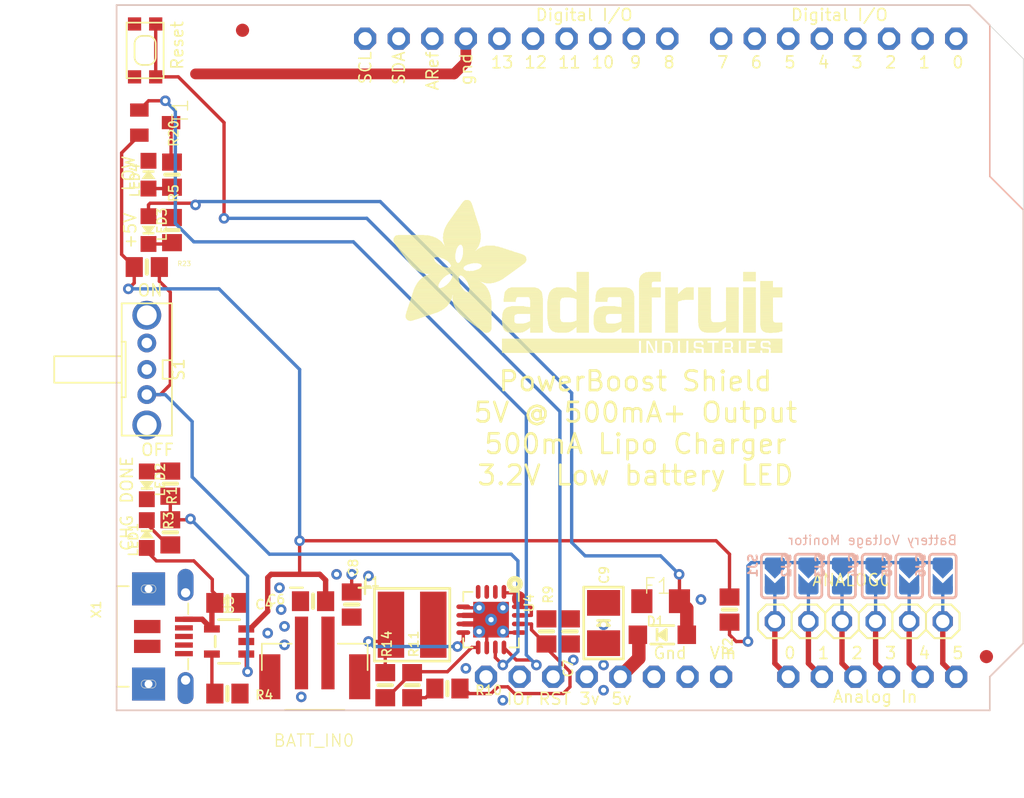
<source format=kicad_pcb>
(kicad_pcb (version 20211014) (generator pcbnew)
  (layers (0 "F.Cu" signal) (1 "In1.Cu" signal) (2 "In2.Cu" signal) (3 "In3.Cu" signal) (4 "In4.Cu" signal) (5 "In5.Cu" signal) (6 "In6.Cu" signal) (7 "In7.Cu" signal) (8 "In8.Cu" signal) (9 "In9.Cu" signal) (10 "In10.Cu" signal) (11 "In11.Cu" signal) (12 "In12.Cu" signal) (13 "In13.Cu" signal) (14 "In14.Cu" signal) (31 "B.Cu" signal) (34 "B.Paste" user) (35 "F.Paste" user) (36 "B.SilkS" user "B.Silkscreen") (37 "F.SilkS" user "F.Silkscreen") (38 "B.Mask" user) (39 "F.Mask" user) (44 "Edge.Cuts" user))
  (net 0 "")
  (net 1 "GND")
  (net 2 "+5V")
  (net 3 "A5")
  (net 4 "A4")
  (net 5 "A3")
  (net 6 "A2")
  (net 7 "A1")
  (net 8 "A0")
  (net 9 "ENABLE")
  (net 10 "VBAT")
  (net 11 "VIN")
  (net 12 "3V")
  (net 13 "N$2")
  (net 14 "N$3")
  (net 15 "N$5")
  (net 16 "N$6")
  (net 17 "N$4")
  (net 18 "LBI")
  (net 19 "N$9")
  (net 20 "FB")
  (net 21 "LBO")
  (net 22 "N$15")
  (net 23 "N$16")
  (net 24 "VBUS")
  (net 25 "VOUT")
  (net 26 "RESET")
  (net 27 "N$1")
  (net 28 "N$19")
  (footprint "boardEagle:0805-NO" (layer "F.Cu") (at 116.4971 98.1456)
    (fp_text reference "R23")
    (fp_text value "340K")
  )
  (footprint "boardEagle:1X06" (layer "F.Cu") (at 170.3451 124.9426 180)
    (fp_text reference "ANALOG0")
    (fp_text value "ANALOG")
  )
  (footprint "boardEagle:SOT23-5" (layer "F.Cu") (at 122.7201 126.4666 90)
    (fp_text reference "U3")
    (fp_text value "MCP73831T-2ACI/OT")
  )
  (footprint "boardEagle:0805-NO" (layer "F.Cu") (at 118.4021 95.3516 90)
    (fp_text reference "R5")
    (fp_text value "1K")
  )
  (footprint "boardEagle:JST-PH-2-SMT" (layer "F.Cu") (at 129.1971 129.1336 180)
    (fp_text reference "BATT_IN0")
    (fp_text value "JST-PH")
  )
  (footprint "boardEagle:0805-NO" (layer "F.Cu") (at 122.5931 123.5456)
    (fp_text reference "C4")
    (fp_text value "10µF")
  )
  (footprint "boardEagle:EIA3528-21_B-R" (layer "F.Cu") (at 151.0411 125.0696 90)
    (fp_text reference "C9")
    (fp_text value "100uF/6V")
  )
  (footprint "boardEagle:0805-NO" (layer "F.Cu") (at 118.2751 114.5286 -90)
    (fp_text reference "R3")
    (fp_text value "1K")
  )
  (footprint "boardEagle:0805-NO" (layer "F.Cu") (at 139.2301 130.0226)
    (fp_text reference "R10")
    (fp_text value "200K")
  )
  (footprint "boardEagle:FIDUCIAL_1MM" (layer "F.Cu") (at 123.7361 80.2386 90)
    (fp_text reference "U$3" hide)
    (fp_text value "FIDUCIAL" hide)
  )
  (footprint "boardEagle:0805-NO" (layer "F.Cu") (at 122.5931 130.4036)
    (fp_text reference "R4")
    (fp_text value "2K")
  )
  (footprint "boardEagle:ADAFRUIT_TEXT_30MM" (layer "F.Cu") (at 134.9121 104.6226)
    (fp_text reference "U$6" hide)
    (fp_text value "" hide)
  )
  (footprint "boardEagle:ARDUINOR3-NOSILK" (layer "F.Cu") (at 114.2111 131.6736)
    (fp_text reference "U2" hide)
    (fp_text value "ARDUINOR3-NOSILK" hide)
  )
  (footprint "boardEagle:SOD-123" (layer "F.Cu") (at 155.4861 125.9586)
    (fp_text reference "D1")
    (fp_text value "MBR120")
  )
  (footprint "boardEagle:SC59-BEC" (layer "F.Cu") (at 117.1321 87.2236 -90)
    (fp_text reference "T1")
    (fp_text value "MMUN2133LT1G")
  )
  (footprint "boardEagle:0805-NO" (layer "F.Cu") (at 160.5661 124.0536 -90)
    (fp_text reference "R2")
    (fp_text value "2K")
  )
  (footprint "boardEagle:FIDUCIAL_1MM" (layer "F.Cu") (at 179.9971 127.6096 90)
    (fp_text reference "U$4" hide)
    (fp_text value "FIDUCIAL" hide)
  )
  (footprint "boardEagle:0805-NO" (layer "F.Cu") (at 134.5311 129.7686 90)
    (fp_text reference "R14")
    (fp_text value "1.87Mohm")
  )
  (footprint "" (layer "F.Cu") (at 180.2511 124.0536)
    (fp_text reference "@HOLE1" hide)
    (fp_text value "")
  )
  (footprint "boardEagle:0805-NO" (layer "F.Cu") (at 118.4021 91.1606 90)
    (fp_text reference "R20")
    (fp_text value "1K")
  )
  (footprint "boardEagle:0805-NO" (layer "F.Cu") (at 136.5631 129.7686 90)
    (fp_text reference "R11")
    (fp_text value "340K")
  )
  (footprint "boardEagle:PVQFN-16" (layer "F.Cu") (at 142.5321 124.8156 -90)
    (fp_text reference "U4")
    (fp_text value "TPS61030RSAR")
  )
  (footprint "boardEagle:INDUCTOR_5X5MM_TDK_VLC5045" (layer "F.Cu") (at 136.5631 125.1966)
    (fp_text reference "L1")
    (fp_text value "VLC5045-6.8uH")
  )
  (footprint "boardEagle:KMR2" (layer "F.Cu") (at 116.3701 81.7626 90)
    (fp_text reference "SW1" hide)
    (fp_text value "SPST_TACT-KMR2" hide)
  )
  (footprint "boardEagle:OS102011MA1Q" (layer "F.Cu") (at 116.4971 105.8926 -90)
    (fp_text reference "S1")
    (fp_text value "OS102011MA1Q" hide)
  )
  (footprint "" (layer "F.Cu") (at 129.4511 80.8736)
    (fp_text reference "@HOLE0" hide)
    (fp_text value "")
  )
  (footprint "" (layer "F.Cu") (at 180.2511 96.1136)
    (fp_text reference "@HOLE2" hide)
    (fp_text value "")
  )
  (footprint "boardEagle:0805-NO" (layer "F.Cu") (at 148.5011 125.7046 -90)
    (fp_text reference "C7")
    (fp_text value "2.2uF")
  )
  (footprint "boardEagle:0805-NO" (layer "F.Cu") (at 146.7231 125.7046 90)
    (fp_text reference "R9")
    (fp_text value "1.87Mohm")
  )
  (footprint "boardEagle:R1206" (layer "F.Cu") (at 155.3591 123.4186)
    (fp_text reference "F1")
    (fp_text value "500mA")
  )
  (footprint "boardEagle:CHIPLED_0805_NOOUTLINE" (layer "F.Cu") (at 116.4971 118.3386)
    (fp_text reference "LED1")
    (fp_text value "YELLOW")
  )
  (footprint "boardEagle:4UCONN_20329" (layer "F.Cu") (at 118.5291 126.0856 -90)
    (fp_text reference "X1")
    (fp_text value "MicroUSB")
    (fp_line (start -3.3 1.6) (end -3.3 2.2) (layer "Edge.Cuts") (width 0.05))
    (fp_line (start 3.9 1.6) (end 3.9 2.2) (layer "Edge.Cuts") (width 0.05))
    (fp_line (start 3.3 2.2) (end 3.3 1.6) (layer "Edge.Cuts") (width 0.05))
    (fp_line (start -3.9 2.2) (end -3.9 1.6) (layer "Edge.Cuts") (width 0.05))
    (fp_arc (start -3.3 2.2) (mid -3.398223 2.387132) (end -3.6 2.45) (layer "Edge.Cuts") (width 0.05))
    (fp_arc (start -3.6 1.35) (mid -3.398223 1.412868) (end -3.3 1.6) (layer "Edge.Cuts") (width 0.05))
    (fp_arc (start 3.9 2.2) (mid 3.801777 2.387132) (end 3.6 2.45) (layer "Edge.Cuts") (width 0.05))
    (fp_arc (start 3.6 1.35) (mid 3.801777 1.412868) (end 3.9 1.6) (layer "Edge.Cuts") (width 0.05))
    (fp_arc (start -3.9 1.6) (mid -3.801777 1.412868) (end -3.6 1.35) (layer "Edge.Cuts") (width 0.05))
    (fp_arc (start 3.6 2.45) (mid 3.398223 2.387132) (end 3.3 2.2) (layer "Edge.Cuts") (width 0.05))
    (fp_arc (start -3.6 2.45) (mid -3.801777 2.387132) (end -3.9 2.2) (layer "Edge.Cuts") (width 0.05))
    (fp_arc (start 3.3 1.6) (mid 3.398223 1.412868) (end 3.6 1.35) (layer "Edge.Cuts") (width 0.05))
  )
  (footprint "boardEagle:0805-NO" (layer "F.Cu") (at 118.2751 118.2116 90)
    (fp_text reference "R1")
    (fp_text value "470")
  )
  (footprint "boardEagle:CHIPLED_0805_NOOUTLINE" (layer "F.Cu") (at 116.4971 114.6556 180)
    (fp_text reference "LED2")
    (fp_text value "GREEN")
  )
  (footprint "boardEagle:0805-NO" (layer "F.Cu") (at 129.0701 123.4186 180)
    (fp_text reference "C6")
    (fp_text value "10uF")
  )
  (footprint "boardEagle:0805-NO" (layer "F.Cu") (at 131.9911 123.6726 90)
    (fp_text reference "C8")
    (fp_text value "0.1uF")
  )
  (footprint "boardEagle:CHIPLED_0805_NOOUTLINE" (layer "F.Cu") (at 116.6241 95.3516 180)
    (fp_text reference "LED3")
    (fp_text value "BLUE")
  )
  (footprint "boardEagle:CHIPLED_0805_NOOUTLINE" (layer "F.Cu") (at 116.6241 91.1606)
    (fp_text reference "LED4")
    (fp_text value "RED")
  )
  (footprint "boardEagle:SOLDERJUMPER_ARROW_NOPASTE" (layer "B.Cu") (at 171.6151 121.5136 -90)
    (fp_text reference "SJ4")
    (fp_text value "")
  )
  (footprint "boardEagle:SOLDERJUMPER_ARROW_NOPASTE" (layer "B.Cu") (at 163.9951 121.5136 -90)
    (fp_text reference "SJ1")
    (fp_text value "")
  )
  (footprint "boardEagle:SOLDERJUMPER_ARROW_NOPASTE" (layer "B.Cu") (at 166.5351 121.5136 -90)
    (fp_text reference "SJ2")
    (fp_text value "")
  )
  (footprint "boardEagle:SOLDERJUMPER_ARROW_NOPASTE" (layer "B.Cu") (at 169.0751 121.5136 -90)
    (fp_text reference "SJ3")
    (fp_text value "")
  )
  (footprint "boardEagle:SOLDERJUMPER_ARROW_NOPASTE" (layer "B.Cu") (at 176.6951 121.5136 -90)
    (fp_text reference "SJ6")
    (fp_text value "")
  )
  (footprint "boardEagle:SOLDERJUMPER_ARROW_NOPASTE" (layer "B.Cu") (at 174.1551 121.5136 -90)
    (fp_text reference "SJ5")
    (fp_text value "")
  )
  (gr_line (start 182.7911 82.3976) (end 178.7271 78.3336) (layer "Edge.Cuts") (width 0.05))
  (gr_line (start 182.7911 126.5936) (end 182.7911 82.3976) (layer "Edge.Cuts") (width 0.05))
  (gr_line (start 114.2111 78.3336) (end 114.2111 131.6736) (layer "Edge.Cuts") (width 0.05))
  (gr_line (start 180.2511 131.6736) (end 180.2511 129.1336) (layer "Edge.Cuts") (width 0.05))
  (gr_line (start 178.7271 78.3336) (end 114.2111 78.3336) (layer "Edge.Cuts") (width 0.05))
  (gr_line (start 114.2111 131.6736) (end 180.2511 131.6736) (layer "Edge.Cuts") (width 0.05))
  (gr_line (start 180.2511 129.1336) (end 182.7911 126.5936) (layer "Edge.Cuts") (width 0.05))
  (gr_text "Battery Voltage Monitor" (at 177.8381 119.2276) (layer "B.SilkS") (effects (font (size 0.715264 0.715264) (thickness 0.097536)) (justify left bottom mirror)))
  (gr_text "PowerBoost Shield\n5V @ 500mA+ Output\n500mA Lipo Charger\n3.2V Low battery LED" (at 153.4541 110.3376) (layer "F.SilkS") (effects (font (size 1.475232 1.475232) (thickness 0.201168))))
  (gr_text "+5V" (at 114.7191 93.9546 90) (layer "F.SilkS") (effects (font (size 0.89408 0.89408) (thickness 0.12192)) (justify right top)))
  (gr_text "12" (at 146.8501 82.1436) (layer "F.SilkS") (effects (font (size 0.89408 0.89408) (thickness 0.12192)) (justify right top)))
  (gr_text "4" (at 174.7901 127.8636) (layer "F.SilkS") (effects (font (size 0.89408 0.89408) (thickness 0.12192)) (justify left bottom)))
  (gr_text "11" (at 149.3901 82.1436) (layer "F.SilkS") (effects (font (size 0.89408 0.89408) (thickness 0.12192)) (justify right top)))
  (gr_text "5v" (at 153.2458 130.2766) (layer "F.SilkS") (effects (font (size 0.89408 0.89408) (thickness 0.12192)) (justify right top)))
  (gr_text "3" (at 172.2501 127.8636) (layer "F.SilkS") (effects (font (size 0.89408 0.89408) (thickness 0.12192)) (justify left bottom)))
  (gr_text "IOr" (at 145.7172 130.2766) (layer "F.SilkS") (effects (font (size 0.89408 0.89408) (thickness 0.12192)) (justify right top)))
  (gr_text "ARef" (at 137.5791 81.7626 90) (layer "F.SilkS") (effects (font (size 0.89408 0.89408) (thickness 0.12192)) (justify right top)))
  (gr_text "gnd" (at 140.1191 81.8896 90) (layer "F.SilkS") (effects (font (size 0.89408 0.89408) (thickness 0.12192)) (justify right top)))
  (gr_text "5" (at 165.6461 82.1436) (layer "F.SilkS") (effects (font (size 0.89408 0.89408) (thickness 0.12192)) (justify right top)))
  (gr_text "8" (at 156.5021 82.1436) (layer "F.SilkS") (effects (font (size 0.89408 0.89408) (thickness 0.12192)) (justify right top)))
  (gr_text "OFF" (at 115.9891 112.4966) (layer "F.SilkS") (effects (font (size 0.89408 0.89408) (thickness 0.12192)) (justify left bottom)))
  (gr_text "9" (at 153.9621 82.1436) (layer "F.SilkS") (effects (font (size 0.89408 0.89408) (thickness 0.12192)) (justify right top)))
  (gr_text "Gnd" (at 154.7342 127.8636) (layer "F.SilkS") (effects (font (size 0.89408 0.89408) (thickness 0.12192)) (justify left bottom)))
  (gr_text "Vin" (at 158.9964 127.8636) (layer "F.SilkS") (effects (font (size 0.89408 0.89408) (thickness 0.12192)) (justify left bottom)))
  (gr_text "SDA" (at 135.0391 81.7626 90) (layer "F.SilkS") (effects (font (size 0.89408 0.89408) (thickness 0.12192)) (justify right top)))
  (gr_text "3v" (at 150.8328 130.2766) (layer "F.SilkS") (effects (font (size 0.89408 0.89408) (thickness 0.12192)) (justify right top)))
  (gr_text "2" (at 169.7101 127.8636) (layer "F.SilkS") (effects (font (size 0.89408 0.89408) (thickness 0.12192)) (justify left bottom)))
  (gr_text "4" (at 168.1861 82.1436) (layer "F.SilkS") (effects (font (size 0.89408 0.89408) (thickness 0.12192)) (justify right top)))
  (gr_text "3" (at 170.7261 82.1436) (layer "F.SilkS") (effects (font (size 0.89408 0.89408) (thickness 0.12192)) (justify right top)))
  (gr_text "DONE" (at 114.4651 112.3696 90) (layer "F.SilkS") (effects (font (size 0.89408 0.89408) (thickness 0.12192)) (justify right top)))
  (gr_text "2" (at 173.2661 82.1436) (layer "F.SilkS") (effects (font (size 0.89408 0.89408) (thickness 0.12192)) (justify right top)))
  (gr_text "SCL" (at 132.4991 81.7626 90) (layer "F.SilkS") (effects (font (size 0.89408 0.89408) (thickness 0.12192)) (justify right top)))
  (gr_text "1" (at 167.1701 127.8636) (layer "F.SilkS") (effects (font (size 0.89408 0.89408) (thickness 0.12192)) (justify left bottom)))
  (gr_text "Analog In" (at 168.3131 131.1656) (layer "F.SilkS") (effects (font (size 0.89408 0.89408) (thickness 0.12192)) (justify left bottom)))
  (gr_text "5" (at 177.3301 127.8636) (layer "F.SilkS") (effects (font (size 0.89408 0.89408) (thickness 0.12192)) (justify left bottom)))
  (gr_text "Digital I/O" (at 145.8341 79.6036) (layer "F.SilkS") (effects (font (size 0.89408 0.89408) (thickness 0.12192)) (justify left bottom)))
  (gr_text "RST" (at 148.6382 130.2766) (layer "F.SilkS") (effects (font (size 0.89408 0.89408) (thickness 0.12192)) (justify right top)))
  (gr_text "Digital I/O" (at 165.1381 79.6036) (layer "F.SilkS") (effects (font (size 0.89408 0.89408) (thickness 0.12192)) (justify left bottom)))
  (gr_text "7" (at 160.5661 82.1436) (layer "F.SilkS") (effects (font (size 0.89408 0.89408) (thickness 0.12192)) (justify right top)))
  (gr_text "0" (at 164.6301 127.8636) (layer "F.SilkS") (effects (font (size 0.89408 0.89408) (thickness 0.12192)) (justify left bottom)))
  (gr_text "10" (at 151.9301 82.1436) (layer "F.SilkS") (effects (font (size 0.89408 0.89408) (thickness 0.12192)) (justify right top)))
  (gr_text "CHG" (at 114.4651 116.8146 90) (layer "F.SilkS") (effects (font (size 0.89408 0.89408) (thickness 0.12192)) (justify right top)))
  (gr_text "ON" (at 115.7351 100.4316) (layer "F.SilkS") (effects (font (size 0.89408 0.89408) (thickness 0.12192)) (justify left bottom)))
  (gr_text "13" (at 144.3101 82.1436) (layer "F.SilkS") (effects (font (size 0.89408 0.89408) (thickness 0.12192)) (justify right top)))
  (gr_text "1" (at 175.8061 82.1436) (layer "F.SilkS") (effects (font (size 0.89408 0.89408) (thickness 0.12192)) (justify right top)))
  (gr_text "6" (at 163.1061 82.1436) (layer "F.SilkS") (effects (font (size 0.89408 0.89408) (thickness 0.12192)) (justify right top)))
  (gr_text "Reset" (at 118.2751 79.4766 90) (layer "F.SilkS") (effects (font (size 0.89408 0.89408) (thickness 0.12192)) (justify right top)))
  (gr_text "0" (at 178.3461 82.1436) (layer "F.SilkS") (effects (font (size 0.89408 0.89408) (thickness 0.12192)) (justify right top)))
  (gr_text "LOW" (at 114.5921 89.6366 90) (layer "F.SilkS") (effects (font (size 0.89408 0.89408) (thickness 0.12192)) (justify right top)))
  (segment (start 140.4321 124.4906) (end 141.6431 124.4906) (width 0.4064) (layer "F.Cu") (net 1))
  (segment (start 137.5841 130.7186) (end 138.2801 130.0226) (width 0.254) (layer "F.Cu") (net 1))
  (segment (start 140.4321 125.1406) (end 142.4051 125.1406) (width 0.4064) (layer "F.Cu") (net 1))
  (segment (start 136.5631 130.7186) (end 137.5841 130.7186) (width 0.254) (layer "F.Cu") (net 1))
  (segment (start 141.7811 125.5886) (end 142.1511 125.9586) (width 0.254) (layer "F.Cu") (net 1))
  (segment (start 142.4051 125.1406) (end 142.4051 124.8156) (width 0.4064) (layer "F.Cu") (net 1))
  (segment (start 144.6321 125.7906) (end 143.4321 125.7906) (width 0.254) (layer "F.Cu") (net 1))
  (segment (start 141.6431 124.4906) (end 141.6431 123.9266) (width 0.4064) (layer "F.Cu") (net 1))
  (segment (start 141.6321 125.7156) (end 141.7811 125.7156) (width 0.254) (layer "F.Cu") (net 1))
  (segment (start 140.6271 82.6516) (end 139.7381 83.5406) (width 0.8128) (layer "F.Cu") (net 1))
  (segment (start 140.4321 123.8406) (end 140.5071 123.9156) (width 0.254) (layer "F.Cu") (net 1))
  (segment (start 142.2071 125.9586) (end 142.2071 126.9156) (width 0.254) (layer "F.Cu") (net 1))
  (segment (start 142.5321 124.8156) (end 142.4051 124.8156) (width 0.254) (layer "F.Cu") (net 1))
  (segment (start 142.1511 125.9586) (end 142.2071 125.9586) (width 0.254) (layer "F.Cu") (net 1))
  (segment (start 141.7811 125.7156) (end 141.7811 125.5886) (width 0.254) (layer "F.Cu") (net 1))
  (segment (start 141.6321 123.9156) (end 141.6431 123.9266) (width 0.254) (layer "F.Cu") (net 1))
  (segment (start 140.5071 123.9156) (end 141.6321 123.9156) (width 0.254) (layer "F.Cu") (net 1))
  (segment (start 143.4321 125.7906) (end 143.4321 125.7156) (width 0.254) (layer "F.Cu") (net 1))
  (segment (start 140.6271 80.8736) (end 140.6271 82.6516) (width 0.8128) (layer "F.Cu") (net 1))
  (segment (start 139.7381 83.5406) (end 120.1801 83.5406) (width 0.8128) (layer "F.Cu") (net 1))
  (segment (start 131.9911 122.7226) (end 131.9911 121.3866) (width 0.254) (layer "F.Cu") (net 1))
  (via (at 126.9111 125.3236) (size 0.8001) (drill 0.3937) (layers "F.Cu" "B.Cu") (net 1))
  (via (at 148.7551 127.8636) (size 0.8001) (drill 0.3937) (layers "F.Cu" "B.Cu") (net 1))
  (via (at 126.6571 124.0536) (size 0.8001) (drill 0.3937) (layers "F.Cu" "B.Cu") (net 1))
  (via (at 128.1811 130.6576) (size 0.8001) (drill 0.3937) (layers "F.Cu" "B.Cu") (net 1))
  (via (at 126.9111 126.7206) (size 0.8001) (drill 0.3937) (layers "F.Cu" "B.Cu") (net 1))
  (via (at 151.0411 128.2446) (size 0.8001) (drill 0.3937) (layers "F.Cu" "B.Cu") (net 1))
  (via (at 158.4071 123.2916) (size 0.8001) (drill 0.3937) (layers "F.Cu" "B.Cu") (net 1))
  (via (at 151.0411 130.1496) (size 0.8001) (drill 0.3937) (layers "F.Cu" "B.Cu") (net 1))
  (via (at 140.6271 128.4986) (size 0.8001) (drill 0.3937) (layers "F.Cu" "B.Cu") (net 1))
  (via (at 125.6411 125.8316) (size 0.8001) (drill 0.3937) (layers "F.Cu" "B.Cu") (net 1))
  (via (at 131.9911 121.3866) (size 0.8001) (drill 0.3937) (layers "F.Cu" "B.Cu") (net 1))
  (via (at 130.8481 121.3866) (size 0.8001) (drill 0.3937) (layers "F.Cu" "B.Cu") (net 1))
  (via (at 151.0411 125.1966) (size 0.8001) (drill 0.3937) (layers "F.Cu" "B.Cu") (net 1))
  (via (at 126.5301 122.4026) (size 0.8001) (drill 0.3937) (layers "F.Cu" "B.Cu") (net 1))
  (via (at 133.2611 121.5136) (size 0.8001) (drill 0.3937) (layers "F.Cu" "B.Cu") (net 1))
  (via (at 143.4211 130.9116) (size 0.8001) (drill 0.3937) (layers "F.Cu" "B.Cu") (net 1))
  (segment (start 153.7081 127.7366) (end 152.3111 129.1336) (width 1.016) (layer "F.Cu") (net 2))
  (segment (start 153.7081 127.7366) (end 153.7081 125.9336) (width 1.016) (layer "F.Cu") (net 2))
  (segment (start 153.6831 125.9586) (end 153.6361 125.9586) (width 0.254) (layer "F.Cu") (net 2))
  (segment (start 153.7081 125.9336) (end 153.6831 125.9586) (width 0.254) (layer "F.Cu") (net 2))
  (segment (start 176.6951 128.1176) (end 177.7111 129.1336) (width 0.4064) (layer "F.Cu") (net 3))
  (segment (start 176.6951 124.9426) (end 176.6951 128.1176) (width 0.4064) (layer "F.Cu") (net 3))
  (segment (start 176.6951 122.5296) (end 176.6951 124.9426) (width 0.254) (layer "B.Cu") (net 3))
  (segment (start 174.1551 128.1176) (end 175.1711 129.1336) (width 0.4064) (layer "F.Cu") (net 4))
  (segment (start 174.1551 124.9426) (end 174.1551 128.1176) (width 0.4064) (layer "F.Cu") (net 4))
  (segment (start 174.1551 122.5296) (end 174.1551 124.9426) (width 0.254) (layer "B.Cu") (net 4))
  (segment (start 171.6151 128.1176) (end 172.6311 129.1336) (width 0.4064) (layer "F.Cu") (net 5))
  (segment (start 171.6151 124.9426) (end 171.6151 128.1176) (width 0.4064) (layer "F.Cu") (net 5))
  (segment (start 171.6151 122.5296) (end 171.6151 124.9426) (width 0.254) (layer "B.Cu") (net 5))
  (segment (start 169.0751 128.1176) (end 170.0911 129.1336) (width 0.4064) (layer "F.Cu") (net 6))
  (segment (start 169.0751 124.9426) (end 169.0751 128.1176) (width 0.4064) (layer "F.Cu") (net 6))
  (segment (start 169.0751 122.5296) (end 169.0751 124.9426) (width 0.254) (layer "B.Cu") (net 6))
  (segment (start 166.5351 128.1176) (end 167.5511 129.1336) (width 0.4064) (layer "F.Cu") (net 7))
  (segment (start 166.5351 124.9426) (end 166.5351 128.1176) (width 0.4064) (layer "F.Cu") (net 7))
  (segment (start 166.5351 122.5296) (end 166.5351 124.9426) (width 0.254) (layer "B.Cu") (net 7))
  (segment (start 163.9951 124.9426) (end 163.9951 128.1176) (width 0.4064) (layer "F.Cu") (net 8))
  (segment (start 163.9951 128.1176) (end 165.0111 129.1336) (width 0.4064) (layer "F.Cu") (net 8))
  (segment (start 163.9951 122.5296) (end 163.9951 124.9426) (width 0.254) (layer "B.Cu") (net 8))
  (segment (start 116.5021 107.7976) (end 116.4971 107.7926) (width 0.254) (layer "F.Cu") (net 9))
  (segment (start 118.2751 100.0506) (end 118.2751 107.0356) (width 0.254) (layer "F.Cu") (net 9))
  (segment (start 117.4471 98.1456) (end 117.4471 99.2226) (width 0.254) (layer "F.Cu") (net 9))
  (segment (start 117.4471 99.2226) (end 118.2751 100.0506) (width 0.254) (layer "F.Cu") (net 9))
  (segment (start 142.8571 127.6806) (end 143.4211 128.2446) (width 0.254) (layer "F.Cu") (net 9))
  (segment (start 118.2751 107.0356) (end 117.5131 107.7976) (width 0.254) (layer "F.Cu") (net 9))
  (segment (start 117.5131 107.7976) (end 116.5021 107.7976) (width 0.254) (layer "F.Cu") (net 9))
  (segment (start 142.8571 126.9156) (end 142.8571 127.6806) (width 0.254) (layer "F.Cu") (net 9))
  (via (at 143.4211 128.2446) (size 0.8001) (drill 0.3937) (layers "F.Cu" "B.Cu") (net 9))
  (segment (start 143.5481 128.2446) (end 144.5641 127.2286) (width 0.254) (layer "B.Cu") (net 9))
  (segment (start 144.0561 119.8626) (end 125.7681 119.8626) (width 0.254) (layer "B.Cu") (net 9))
  (segment (start 144.5641 120.3706) (end 144.0561 119.8626) (width 0.254) (layer "B.Cu") (net 9))
  (segment (start 119.9261 109.8296) (end 117.8891 107.7926) (width 0.254) (layer "B.Cu") (net 9))
  (segment (start 117.8891 107.7926) (end 116.4971 107.7926) (width 0.254) (layer "B.Cu") (net 9))
  (segment (start 144.5641 127.2286) (end 144.5641 120.3706) (width 0.254) (layer "B.Cu") (net 9))
  (segment (start 119.9261 114.0206) (end 119.9261 109.8296) (width 0.254) (layer "B.Cu") (net 9))
  (segment (start 125.7681 119.8626) (end 119.9261 114.0206) (width 0.254) (layer "B.Cu") (net 9))
  (segment (start 143.4211 128.2446) (end 143.5481 128.2446) (width 0.254) (layer "B.Cu") (net 9))
  (segment (start 133.2611 126.4666) (end 134.5311 126.4666) (width 0.254) (layer "F.Cu") (net 10))
  (segment (start 129.5781 121.3866) (end 130.0201 121.8286) (width 0.4064) (layer "F.Cu") (net 10))
  (segment (start 125.6411 121.6406) (end 125.8951 121.3866) (width 0.4064) (layer "F.Cu") (net 10))
  (segment (start 114.5921 89.5136) (end 114.5921 97.1906) (width 0.254) (layer "F.Cu") (net 10))
  (segment (start 115.5471 98.1456) (end 115.5471 99.3496) (width 0.254) (layer "F.Cu") (net 10))
  (segment (start 159.5501 118.8466) (end 128.0541 118.8466) (width 0.254) (layer "F.Cu") (net 10))
  (segment (start 115.5471 99.3496) (end 115.1001 99.7966) (width 0.254) (layer "F.Cu") (net 10))
  (segment (start 159.5501 118.8466) (end 160.5661 119.8626) (width 0.254) (layer "F.Cu") (net 10))
  (segment (start 134.5311 126.4666) (end 134.6581 126.4666) (width 0.254) (layer "F.Cu") (net 10))
  (segment (start 128.0541 118.8466) (end 128.0541 121.3866) (width 0.254) (layer "F.Cu") (net 10))
  (segment (start 134.5311 128.8186) (end 134.5311 126.4666) (width 0.254) (layer "F.Cu") (net 10))
  (segment (start 128.0541 121.3866) (end 129.5781 121.3866) (width 0.4064) (layer "F.Cu") (net 10))
  (segment (start 134.6581 126.4666) (end 134.9121 126.2126) (width 0.254) (layer "F.Cu") (net 10))
  (segment (start 115.9321 88.1736) (end 114.5921 89.5136) (width 0.254) (layer "F.Cu") (net 10))
  (segment (start 160.5661 119.8626) (end 160.5661 123.1036) (width 0.254) (layer "F.Cu") (net 10))
  (segment (start 114.5921 97.1906) (end 115.5471 98.1456) (width 0.254) (layer "F.Cu") (net 10))
  (segment (start 125.6411 124.1806) (end 125.6411 121.6406) (width 0.4064) (layer "F.Cu") (net 10))
  (segment (start 140.4321 126.4076) (end 139.9921 126.8476) (width 0.254) (layer "F.Cu") (net 10))
  (segment (start 124.3051 125.5166) (end 124.0202 125.5166) (width 0.4064) (layer "F.Cu") (net 10))
  (segment (start 125.8951 121.3866) (end 128.0541 121.3866) (width 0.4064) (layer "F.Cu") (net 10))
  (segment (start 130.0201 121.8286) (end 130.0201 123.4186) (width 0.4064) (layer "F.Cu") (net 10))
  (segment (start 125.6411 124.1806) (end 124.3051 125.5166) (width 0.4064) (layer "F.Cu") (net 10))
  (segment (start 140.4321 125.7906) (end 140.4321 126.4076) (width 0.254) (layer "F.Cu") (net 10))
  (via (at 115.1001 99.7966) (size 0.8001) (drill 0.3937) (layers "F.Cu" "B.Cu") (net 10))
  (via (at 128.0541 118.8466) (size 0.8001) (drill 0.3937) (layers "F.Cu" "B.Cu") (net 10))
  (via (at 139.9921 126.8476) (size 0.8001) (drill 0.3937) (layers "F.Cu" "B.Cu") (net 10))
  (via (at 133.2611 126.4666) (size 0.8001) (drill 0.3937) (layers "F.Cu" "B.Cu") (net 10))
  (segment (start 133.6421 126.8476) (end 133.2611 126.4666) (width 0.254) (layer "B.Cu") (net 10))
  (segment (start 121.9581 99.7966) (end 128.0541 105.8926) (width 0.254) (layer "B.Cu") (net 10))
  (segment (start 128.0541 105.8926) (end 128.0541 118.8466) (width 0.254) (layer "B.Cu") (net 10))
  (segment (start 139.9921 126.8476) (end 133.6421 126.8476) (width 0.254) (layer "B.Cu") (net 10))
  (segment (start 115.1001 99.7966) (end 121.9581 99.7966) (width 0.254) (layer "B.Cu") (net 10))
  (segment (start 117.9601 118.8466) (end 118.2751 119.1616) (width 0.254) (layer "F.Cu") (net 13))
  (segment (start 117.7671 118.8466) (end 117.9601 118.8466) (width 0.254) (layer "F.Cu") (net 13))
  (segment (start 116.4971 117.5766) (end 117.7671 118.8466) (width 0.254) (layer "F.Cu") (net 13))
  (segment (start 116.4971 117.2886) (end 116.4971 117.5766) (width 0.254) (layer "F.Cu") (net 13))
  (segment (start 124.1171 128.7526) (end 124.0202 128.6557) (width 0.254) (layer "F.Cu") (net 14))
  (segment (start 118.2751 115.4786) (end 118.2751 117.2616) (width 0.254) (layer "F.Cu") (net 14))
  (segment (start 119.7331 117.2616) (end 119.7991 117.1956) (width 0.254) (layer "F.Cu") (net 14))
  (segment (start 124.0202 128.6557) (end 124.0202 127.4166) (width 0.254) (layer "F.Cu") (net 14))
  (segment (start 118.2751 117.2616) (end 119.7331 117.2616) (width 0.254) (layer "F.Cu") (net 14))
  (via (at 119.7991 117.1956) (size 0.8001) (drill 0.3937) (layers "F.Cu" "B.Cu") (net 14))
  (via (at 124.1171 128.7526) (size 0.8001) (drill 0.3937) (layers "F.Cu" "B.Cu") (net 14))
  (segment (start 124.1171 121.5136) (end 124.1171 128.7526) (width 0.254) (layer "B.Cu") (net 14))
  (segment (start 124.1171 121.5136) (end 119.7991 117.1956) (width 0.254) (layer "B.Cu") (net 14))
  (segment (start 121.42 130.6267) (end 121.42 127.4166) (width 0.254) (layer "F.Cu") (net 15))
  (segment (start 121.6431 130.4036) (end 121.42 130.6267) (width 0.254) (layer "F.Cu") (net 15))
  (segment (start 116.5241 113.5786) (end 118.2751 113.5786) (width 0.254) (layer "F.Cu") (net 16))
  (segment (start 116.4971 113.6056) (end 116.5241 113.5786) (width 0.254) (layer "F.Cu") (net 16))
  (segment (start 141.5571 122.7156) (end 141.5571 122.5296) (width 0.254) (layer "F.Cu") (net 17))
  (segment (start 142.2071 122.6566) (end 142.2071 122.7156) (width 0.254) (layer "F.Cu") (net 17))
  (segment (start 141.0671 126.9156) (end 139.2301 128.7526) (width 0.254) (layer "F.Cu") (net 18))
  (segment (start 139.2301 128.7526) (end 136.6291 128.7526) (width 0.254) (layer "F.Cu") (net 18))
  (segment (start 134.5311 130.7186) (end 134.6631 130.7186) (width 0.254) (layer "F.Cu") (net 18))
  (segment (start 136.6291 128.7526) (end 136.5631 128.8186) (width 0.254) (layer "F.Cu") (net 18))
  (segment (start 141.0671 126.9156) (end 141.5571 126.9156) (width 0.254) (layer "F.Cu") (net 18))
  (segment (start 134.6631 130.7186) (end 136.5631 128.8186) (width 0.254) (layer "F.Cu") (net 18))
  (segment (start 134.5311 130.7186) (end 134.5361 130.7186) (width 0.254) (layer "F.Cu") (net 18))
  (segment (start 116.6241 96.4016) (end 118.3021 96.4016) (width 0.254) (layer "F.Cu") (net 19))
  (segment (start 118.3021 96.4016) (end 118.4021 96.3016) (width 0.254) (layer "F.Cu") (net 19))
  (segment (start 144.3101 130.4036) (end 143.8021 129.8956) (width 0.254) (layer "F.Cu") (net 20))
  (segment (start 146.7231 126.7206) (end 146.7231 126.6546) (width 0.254) (layer "F.Cu") (net 20))
  (segment (start 147.9931 130.4036) (end 144.3101 130.4036) (width 0.254) (layer "F.Cu") (net 20))
  (segment (start 143.8021 129.8956) (end 143.0401 129.8956) (width 0.254) (layer "F.Cu") (net 20))
  (segment (start 144.6321 125.1406) (end 145.5901 125.1406) (width 0.254) (layer "F.Cu") (net 20))
  (segment (start 148.5011 128.7526) (end 146.7231 126.9746) (width 0.254) (layer "F.Cu") (net 20))
  (segment (start 146.7231 126.9746) (end 146.7231 126.6546) (width 0.254) (layer "F.Cu") (net 20))
  (segment (start 145.5901 125.5876) (end 146.7231 126.7206) (width 0.254) (layer "F.Cu") (net 20))
  (segment (start 142.5321 130.4036) (end 140.8811 130.4036) (width 0.254) (layer "F.Cu") (net 20))
  (segment (start 140.8811 130.4036) (end 140.3731 129.8956) (width 0.254) (layer "F.Cu") (net 20))
  (segment (start 143.0401 129.8956) (end 142.5321 130.4036) (width 0.254) (layer "F.Cu") (net 20))
  (segment (start 148.5011 129.8956) (end 147.9931 130.4036) (width 0.254) (layer "F.Cu") (net 20))
  (segment (start 148.5011 128.7526) (end 148.5011 129.8956) (width 0.254) (layer "F.Cu") (net 20))
  (segment (start 145.5901 125.1406) (end 145.5901 125.5876) (width 0.254) (layer "F.Cu") (net 20))
  (segment (start 140.3071 129.8956) (end 140.1801 130.0226) (width 0.254) (layer "F.Cu") (net 20))
  (segment (start 140.3731 129.8956) (end 140.3071 129.8956) (width 0.254) (layer "F.Cu") (net 20))
  (segment (start 143.5071 126.9156) (end 143.5661 126.9746) (width 0.254) (layer "F.Cu") (net 21))
  (segment (start 144.4371 127.8636) (end 145.5801 127.8636) (width 0.254) (layer "F.Cu") (net 21))
  (segment (start 116.6331 85.5726) (end 115.9321 86.2736) (width 0.254) (layer "F.Cu") (net 21))
  (segment (start 145.5801 127.8636) (end 145.9611 128.2446) (width 0.254) (layer "F.Cu") (net 21))
  (segment (start 117.8941 85.5726) (end 116.6331 85.5726) (width 0.254) (layer "F.Cu") (net 21))
  (segment (start 144.4371 127.8636) (end 143.5071 126.9336) (width 0.254) (layer "F.Cu") (net 21))
  (segment (start 143.5071 126.9336) (end 143.5071 126.9156) (width 0.254) (layer "F.Cu") (net 21))
  (via (at 117.8941 85.5726) (size 0.8001) (drill 0.3937) (layers "F.Cu" "B.Cu") (net 21))
  (via (at 145.9611 128.2446) (size 0.8001) (drill 0.3937) (layers "F.Cu" "B.Cu") (net 21))
  (segment (start 118.6561 86.3346) (end 117.8941 85.5726) (width 0.254) (layer "B.Cu") (net 21))
  (segment (start 132.1181 96.2406) (end 120.0531 96.2406) (width 0.254) (layer "B.Cu") (net 21))
  (segment (start 145.9611 128.2446) (end 145.1991 127.4826) (width 0.254) (layer "B.Cu") (net 21))
  (segment (start 145.1991 127.4826) (end 145.1991 109.3216) (width 0.254) (layer "B.Cu") (net 21))
  (segment (start 145.1991 109.3216) (end 132.1181 96.2406) (width 0.254) (layer "B.Cu") (net 21))
  (segment (start 118.6561 94.8436) (end 118.6561 86.3346) (width 0.254) (layer "B.Cu") (net 21))
  (segment (start 120.0531 96.2406) (end 118.6561 94.8436) (width 0.254) (layer "B.Cu") (net 21))
  (segment (start 118.4021 92.1106) (end 118.3021 92.2106) (width 0.254) (layer "F.Cu") (net 22))
  (segment (start 118.3021 92.2106) (end 116.6241 92.2106) (width 0.254) (layer "F.Cu") (net 22))
  (segment (start 118.4021 90.2106) (end 118.3321 90.1406) (width 0.254) (layer "F.Cu") (net 23))
  (segment (start 118.3321 90.1406) (end 118.3321 87.2236) (width 0.254) (layer "F.Cu") (net 23))
  (segment (start 120.0531 120.3706) (end 117.2251 120.3706) (width 0.254) (layer "F.Cu") (net 24))
  (segment (start 120.0531 120.3706) (end 121.4501 121.7676) (width 0.254) (layer "F.Cu") (net 24))
  (segment (start 121.42 123.7687) (end 121.6431 123.5456) (width 0.4064) (layer "F.Cu") (net 24))
  (segment (start 120.689 124.7856) (end 121.42 125.5166) (width 0.4064) (layer "F.Cu") (net 24))
  (segment (start 121.4501 122.6566) (end 121.6431 122.8496) (width 0.254) (layer "F.Cu") (net 24))
  (segment (start 121.4501 121.7676) (end 121.4501 122.6566) (width 0.254) (layer "F.Cu") (net 24))
  (segment (start 121.6431 122.8496) (end 121.6431 123.5456) (width 0.254) (layer "F.Cu") (net 24))
  (segment (start 119.3041 124.7856) (end 120.689 124.7856) (width 0.4064) (layer "F.Cu") (net 24))
  (segment (start 121.42 125.5166) (end 121.42 123.7687) (width 0.4064) (layer "F.Cu") (net 24))
  (segment (start 116.4971 119.6426) (end 116.4971 119.3886) (width 0.254) (layer "F.Cu") (net 24))
  (segment (start 117.2251 120.3706) (end 116.4971 119.6426) (width 0.254) (layer "F.Cu") (net 24))
  (segment (start 143.5071 122.7156) (end 143.5071 122.7836) (width 0.254) (layer "F.Cu") (net 25))
  (segment (start 144.6321 123.2916) (end 144.6321 123.1646) (width 1.016) (layer "F.Cu") (net 25))
  (segment (start 150.9141 123.5446) (end 151.0411 123.5446) (width 0.254) (layer "F.Cu") (net 25))
  (segment (start 143.5071 122.7836) (end 144.6321 122.7836) (width 0.254) (layer "F.Cu") (net 25))
  (segment (start 145.5801 123.8406) (end 145.5801 124.4906) (width 0.254) (layer "F.Cu") (net 25))
  (segment (start 144.6321 122.7836) (end 144.6321 123.1646) (width 0.254) (layer "F.Cu") (net 25))
  (segment (start 145.5801 124.4906) (end 144.6321 124.4906) (width 0.254) (layer "F.Cu") (net 25))
  (segment (start 144.6321 123.1646) (end 144.6321 123.8406) (width 0.254) (layer "F.Cu") (net 25))
  (segment (start 144.6321 123.8406) (end 145.5801 123.8406) (width 0.254) (layer "F.Cu") (net 25))
  (segment (start 122.3391 87.2236) (end 122.3391 94.4626) (width 0.254) (layer "F.Cu") (net 26))
  (segment (start 117.1701 83.7626) (end 118.8781 83.7626) (width 0.254) (layer "F.Cu") (net 26))
  (segment (start 118.8781 83.7626) (end 122.3391 87.2236) (width 0.254) (layer "F.Cu") (net 26))
  (segment (start 117.1701 79.7626) (end 117.1701 83.7626) (width 0.254) (layer "F.Cu") (net 26))
  (via (at 122.3391 94.4626) (size 0.8001) (drill 0.3937) (layers "F.Cu" "B.Cu") (net 26))
  (segment (start 147.7391 109.0676) (end 147.7391 128.6256) (width 0.254) (layer "B.Cu") (net 26))
  (segment (start 133.1341 94.4626) (end 147.7391 109.0676) (width 0.254) (layer "B.Cu") (net 26))
  (segment (start 122.3391 94.4626) (end 133.1341 94.4626) (width 0.254) (layer "B.Cu") (net 26))
  (segment (start 147.7391 128.6256) (end 147.2311 129.1336) (width 0.254) (layer "B.Cu") (net 26))
  (segment (start 160.5661 125.0036) (end 160.5661 125.9586) (width 0.254) (layer "F.Cu") (net 27))
  (segment (start 161.0741 126.4666) (end 161.9631 126.4666) (width 0.254) (layer "F.Cu") (net 27))
  (segment (start 160.5661 125.9586) (end 161.0741 126.4666) (width 0.254) (layer "F.Cu") (net 27))
  (via (at 161.9631 126.4666) (size 0.8001) (drill 0.3937) (layers "F.Cu" "B.Cu") (net 27))
  (segment (start 169.0751 120.4976) (end 166.5351 120.4976) (width 0.254) (layer "B.Cu") (net 27))
  (segment (start 161.9631 126.4666) (end 161.9631 120.7516) (width 0.254) (layer "B.Cu") (net 27))
  (segment (start 162.2171 120.4976) (end 161.9631 120.7516) (width 0.254) (layer "B.Cu") (net 27))
  (segment (start 166.5351 120.4976) (end 163.9951 120.4976) (width 0.254) (layer "B.Cu") (net 27))
  (segment (start 163.9951 120.4976) (end 162.2171 120.4976) (width 0.254) (layer "B.Cu") (net 27))
  (segment (start 174.1551 120.4976) (end 171.6151 120.4976) (width 0.254) (layer "B.Cu") (net 27))
  (segment (start 176.6951 120.4976) (end 174.1551 120.4976) (width 0.254) (layer "B.Cu") (net 27))
  (segment (start 171.6151 120.4976) (end 169.0751 120.4976) (width 0.254) (layer "B.Cu") (net 27))
  (segment (start 157.3361 123.9736) (end 157.3361 125.9586) (width 1.016) (layer "F.Cu") (net 28))
  (segment (start 120.0531 93.3196) (end 116.7511 93.3196) (width 0.254) (layer "F.Cu") (net 28))
  (segment (start 116.7511 93.3196) (end 116.6241 93.4466) (width 0.254) (layer "F.Cu") (net 28))
  (segment (start 156.7811 123.4186) (end 157.3361 123.9736) (width 1.016) (layer "F.Cu") (net 28))
  (segment (start 156.7811 123.4186) (end 156.7811 121.4116) (width 0.254) (layer "F.Cu") (net 28))
  (segment (start 156.7811 121.4116) (end 156.7561 121.3866) (width 0.254) (layer "F.Cu") (net 28))
  (segment (start 116.6241 93.4466) (end 116.6241 94.3016) (width 0.254) (layer "F.Cu") (net 28))
  (segment (start 120.1801 93.4466) (end 120.0531 93.3196) (width 0.254) (layer "F.Cu") (net 28))
  (via (at 156.7561 121.3866) (size 0.8001) (drill 0.3937) (layers "F.Cu" "B.Cu") (net 28))
  (via (at 120.1801 93.4466) (size 0.8001) (drill 0.3937) (layers "F.Cu" "B.Cu") (net 28))
  (segment (start 156.7561 121.3866) (end 155.3591 119.9896) (width 0.254) (layer "B.Cu") (net 28))
  (segment (start 155.3591 119.9896) (end 149.6441 119.9896) (width 0.254) (layer "B.Cu") (net 28))
  (segment (start 134.1501 93.1926) (end 120.4341 93.1926) (width 0.254) (layer "B.Cu") (net 28))
  (segment (start 148.6281 107.6706) (end 134.1501 93.1926) (width 0.254) (layer "B.Cu") (net 28))
  (segment (start 149.6441 119.9896) (end 148.6281 118.9736) (width 0.254) (layer "B.Cu") (net 28))
  (segment (start 120.4341 93.1926) (end 120.1801 93.4466) (width 0.254) (layer "B.Cu") (net 28))
  (segment (start 148.6281 118.9736) (end 148.6281 107.6706) (width 0.254) (layer "B.Cu") (net 28))
)
</source>
